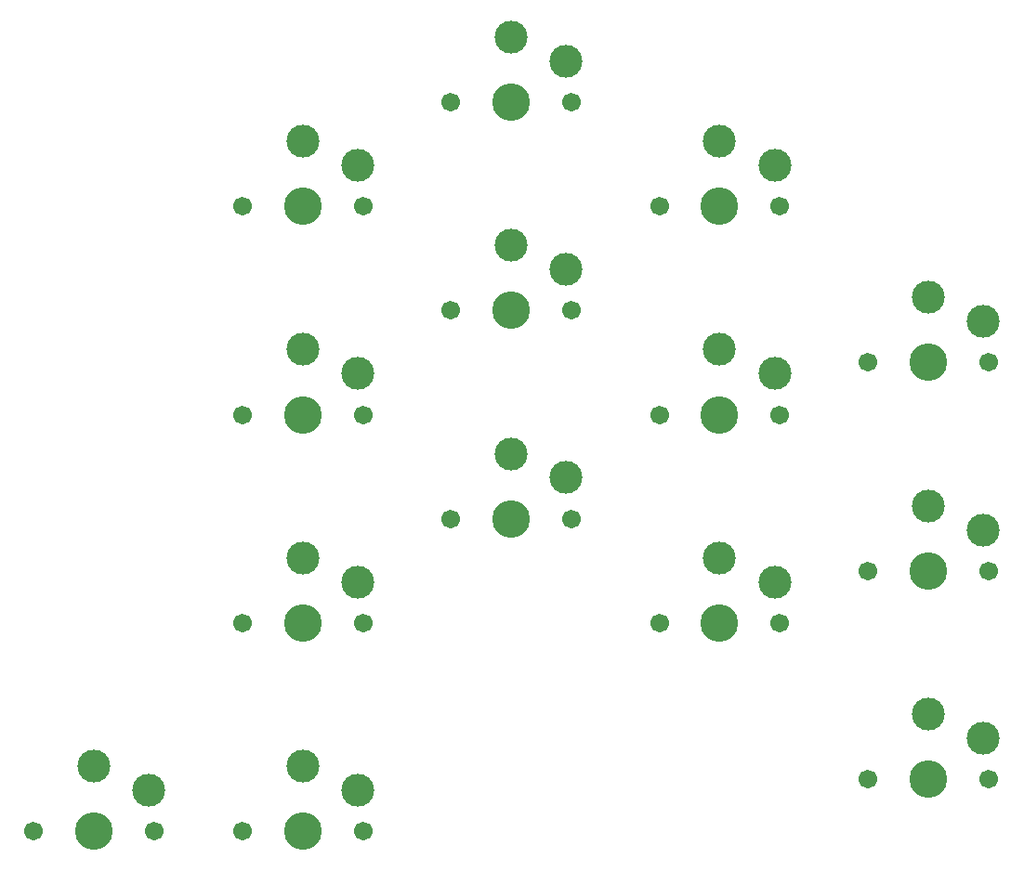
<source format=gbr>
%TF.GenerationSoftware,KiCad,Pcbnew,8.0.1*%
%TF.CreationDate,2024-11-14T23:02:20-08:00*%
%TF.ProjectId,roo_right_autorouted,726f6f5f-7269-4676-9874-5f6175746f72,0.1.0*%
%TF.SameCoordinates,Original*%
%TF.FileFunction,NonPlated,1,2,NPTH,Drill*%
%TF.FilePolarity,Positive*%
%FSLAX46Y46*%
G04 Gerber Fmt 4.6, Leading zero omitted, Abs format (unit mm)*
G04 Created by KiCad (PCBNEW 8.0.1) date 2024-11-14 23:02:20*
%MOMM*%
%LPD*%
G01*
G04 APERTURE LIST*
%TA.AperFunction,ComponentDrill*%
%ADD10C,1.701800*%
%TD*%
%TA.AperFunction,ComponentDrill*%
%ADD11C,3.000000*%
%TD*%
%TA.AperFunction,ComponentDrill*%
%ADD12C,3.429000*%
%TD*%
G04 APERTURE END LIST*
D10*
%TO.C,S14*%
X169085800Y-169335800D03*
X180085800Y-169335800D03*
%TO.C,S12*%
X188085800Y-112335800D03*
%TO.C,S11*%
X188085800Y-131335800D03*
%TO.C,S10*%
X188085800Y-150335800D03*
%TO.C,S13*%
X188085800Y-169335800D03*
%TO.C,S12*%
X199085800Y-112335800D03*
%TO.C,S11*%
X199085800Y-131335800D03*
%TO.C,S10*%
X199085800Y-150335800D03*
%TO.C,S13*%
X199085800Y-169335800D03*
%TO.C,S9*%
X207085800Y-102835800D03*
%TO.C,S8*%
X207085800Y-121835800D03*
%TO.C,S7*%
X207085800Y-140835800D03*
%TO.C,S9*%
X218085800Y-102835800D03*
%TO.C,S8*%
X218085800Y-121835800D03*
%TO.C,S7*%
X218085800Y-140835800D03*
%TO.C,S6*%
X226085800Y-112335800D03*
%TO.C,S5*%
X226085800Y-131335800D03*
%TO.C,S4*%
X226085800Y-150335800D03*
%TO.C,S6*%
X237085800Y-112335800D03*
%TO.C,S5*%
X237085800Y-131335800D03*
%TO.C,S4*%
X237085800Y-150335800D03*
%TO.C,S3*%
X245085800Y-126585800D03*
%TO.C,S2*%
X245085800Y-145585800D03*
%TO.C,S1*%
X245085800Y-164585800D03*
%TO.C,S3*%
X256085800Y-126585800D03*
%TO.C,S2*%
X256085800Y-145585800D03*
%TO.C,S1*%
X256085800Y-164585800D03*
D11*
%TO.C,S14*%
X174585800Y-163385800D03*
X179585800Y-165585800D03*
%TO.C,S12*%
X193585800Y-106385800D03*
%TO.C,S11*%
X193585800Y-125385800D03*
%TO.C,S10*%
X193585800Y-144385800D03*
%TO.C,S13*%
X193585800Y-163385800D03*
%TO.C,S12*%
X198585800Y-108585800D03*
%TO.C,S11*%
X198585800Y-127585800D03*
%TO.C,S10*%
X198585800Y-146585800D03*
%TO.C,S13*%
X198585800Y-165585800D03*
%TO.C,S9*%
X212585800Y-96885800D03*
%TO.C,S8*%
X212585800Y-115885800D03*
%TO.C,S7*%
X212585800Y-134885800D03*
%TO.C,S9*%
X217585800Y-99085800D03*
%TO.C,S8*%
X217585800Y-118085800D03*
%TO.C,S7*%
X217585800Y-137085800D03*
%TO.C,S6*%
X231585800Y-106385800D03*
%TO.C,S5*%
X231585800Y-125385800D03*
%TO.C,S4*%
X231585800Y-144385800D03*
%TO.C,S6*%
X236585800Y-108585800D03*
%TO.C,S5*%
X236585800Y-127585800D03*
%TO.C,S4*%
X236585800Y-146585800D03*
%TO.C,S3*%
X250585800Y-120635800D03*
%TO.C,S2*%
X250585800Y-139635800D03*
%TO.C,S1*%
X250585800Y-158635800D03*
%TO.C,S3*%
X255585800Y-122835800D03*
%TO.C,S2*%
X255585800Y-141835800D03*
%TO.C,S1*%
X255585800Y-160835800D03*
D12*
%TO.C,S14*%
X174585800Y-169335800D03*
%TO.C,S12*%
X193585800Y-112335800D03*
%TO.C,S11*%
X193585800Y-131335800D03*
%TO.C,S10*%
X193585800Y-150335800D03*
%TO.C,S13*%
X193585800Y-169335800D03*
%TO.C,S9*%
X212585800Y-102835800D03*
%TO.C,S8*%
X212585800Y-121835800D03*
%TO.C,S7*%
X212585800Y-140835800D03*
%TO.C,S6*%
X231585800Y-112335800D03*
%TO.C,S5*%
X231585800Y-131335800D03*
%TO.C,S4*%
X231585800Y-150335800D03*
%TO.C,S3*%
X250585800Y-126585800D03*
%TO.C,S2*%
X250585800Y-145585800D03*
%TO.C,S1*%
X250585800Y-164585800D03*
M02*

</source>
